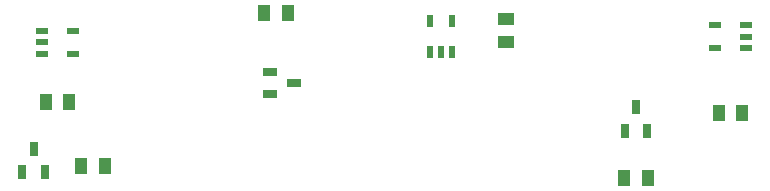
<source format=gbr>
%TF.GenerationSoftware,KiCad,Pcbnew,8.0.1*%
%TF.CreationDate,2024-03-24T20:30:25+02:00*%
%TF.ProjectId,Sensing_Subsystem,53656e73-696e-4675-9f53-756273797374,rev?*%
%TF.SameCoordinates,Original*%
%TF.FileFunction,Paste,Top*%
%TF.FilePolarity,Positive*%
%FSLAX46Y46*%
G04 Gerber Fmt 4.6, Leading zero omitted, Abs format (unit mm)*
G04 Created by KiCad (PCBNEW 8.0.1) date 2024-03-24 20:30:25*
%MOMM*%
%LPD*%
G01*
G04 APERTURE LIST*
%ADD10R,1.130000X1.380000*%
%ADD11R,0.700000X1.250000*%
%ADD12R,1.380000X1.130000*%
%ADD13R,1.000000X0.600000*%
%ADD14R,1.250000X0.700000*%
%ADD15R,0.600000X1.000000*%
G04 APERTURE END LIST*
D10*
%TO.C,R4*%
X180000000Y-92000000D03*
X182000000Y-92000000D03*
%TD*%
%TO.C,R2*%
X143500000Y-83500000D03*
X141500000Y-83500000D03*
%TD*%
D11*
%TO.C,Q3*%
X172050000Y-93500000D03*
X173950000Y-93500000D03*
X173000000Y-91500000D03*
%TD*%
D10*
%TO.C,R3*%
X174000000Y-97500000D03*
X172000000Y-97500000D03*
%TD*%
%TO.C,R1*%
X128000000Y-96500000D03*
X126000000Y-96500000D03*
%TD*%
D12*
%TO.C,R5*%
X162000000Y-86000000D03*
X162000000Y-84000000D03*
%TD*%
D10*
%TO.C,R6*%
X125000000Y-91000000D03*
X123000000Y-91000000D03*
%TD*%
D13*
%TO.C,U3*%
X122700000Y-85050000D03*
X122700000Y-86000000D03*
X122700000Y-86950000D03*
X125300000Y-86950000D03*
X125300000Y-85050000D03*
%TD*%
D14*
%TO.C,Q2*%
X142000000Y-88500000D03*
X142000000Y-90400000D03*
X144000000Y-89450000D03*
%TD*%
D11*
%TO.C,Q1*%
X121050000Y-97000000D03*
X122950000Y-97000000D03*
X122000000Y-95000000D03*
%TD*%
D15*
%TO.C,U2*%
X155550000Y-86800000D03*
X156500000Y-86800000D03*
X157450000Y-86800000D03*
X157450000Y-84200000D03*
X155550000Y-84200000D03*
%TD*%
D13*
%TO.C,U1*%
X182300000Y-86450000D03*
X182300000Y-85500000D03*
X182300000Y-84550000D03*
X179700000Y-84550000D03*
X179700000Y-86450000D03*
%TD*%
M02*

</source>
